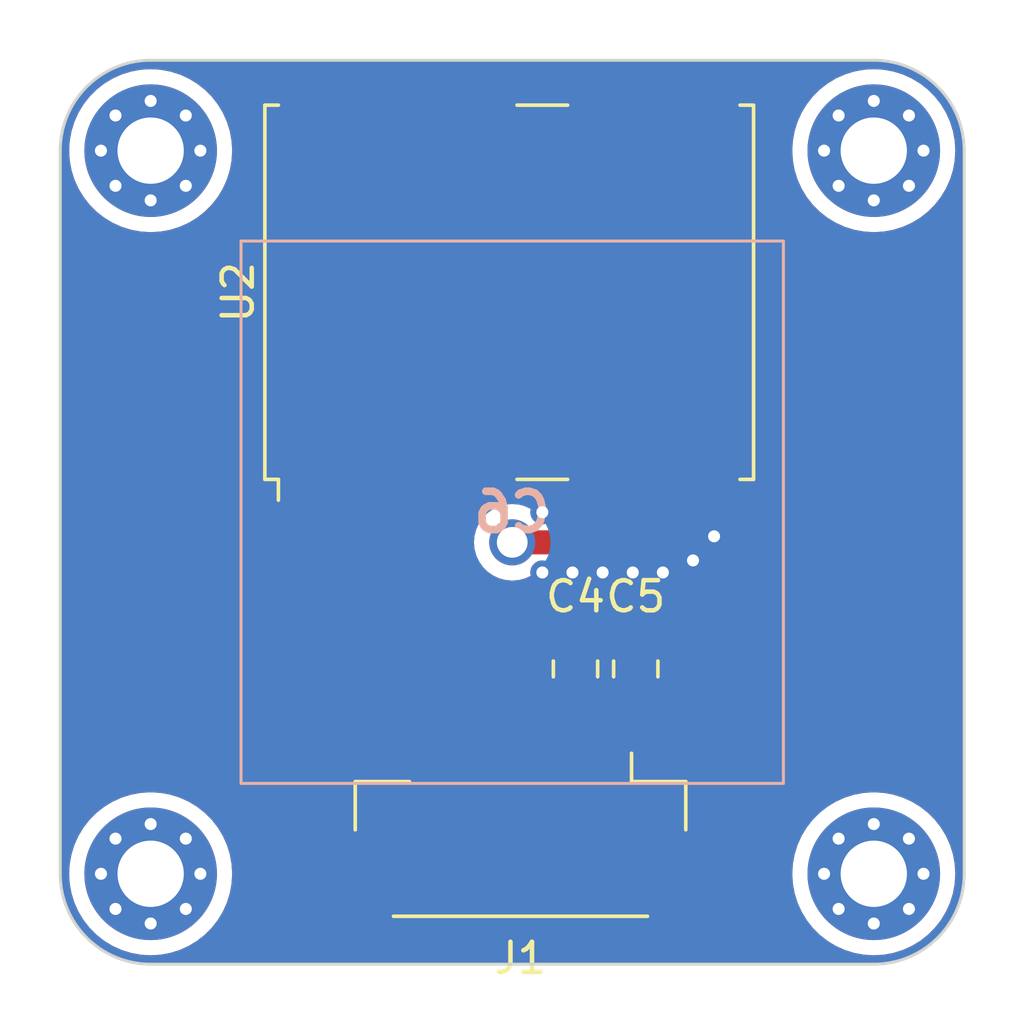
<source format=kicad_pcb>
(kicad_pcb (version 20221018) (generator pcbnew)
  (layers (0 "F.Cu" signal) (31 "B.Cu" signal) (34 "B.Paste" user) (35 "F.Paste" user) (36 "B.SilkS" user "B.Silkscreen") (37 "F.SilkS" user "F.Silkscreen") (38 "B.Mask" user) (39 "F.Mask" user) (44 "Edge.Cuts" user))
  (net 0 "")
  (net 1 "+3V3")
  (net 2 "GND")
  (net 3 "GPS_MISO")
  (net 4 "GPS_MOSI")
  (net 5 "GPS_CS")
  (net 6 "GPS_SCK")
  (net 15 "Net-(U2-RF_IN)")
  (footprint "Connector_JST:JST_GH_BM06B-GHS-TBT_1x06-1MP_P1.25mm_Vertical" (layer "F.Cu") (at 135.275 85.8 180)
    (fp_text reference "J1" (at 0 -4) (layer "F.SilkS"))
    (fp_text value "Conn_01x06_Pin" hide)
    (fp_line (start -5.485 0.26) (end -5.485 1.86) (stroke (width 0.12)) (layer "F.SilkS"))
    (fp_line (start -5.485 1.86) (end -3.685 1.86) (stroke (width 0.12)) (layer "F.SilkS"))
    (fp_line (start -4.215 -2.61) (end 4.215 -2.61) (stroke (width 0.12)) (layer "F.SilkS"))
    (fp_line (start -3.685 1.86) (end -3.685 2.8) (stroke (width 0.12)) (layer "F.SilkS"))
    (fp_line (start 5.485 0.26) (end 5.485 1.86) (stroke (width 0.12)) (layer "F.SilkS"))
    (fp_line (start 5.485 1.86) (end 3.685 1.86) (stroke (width 0.12)) (layer "F.SilkS"))
    (pad "1" smd roundrect (at -3.125 1.95 180) (size 0.6 1.7) (layers "F.Cu" "F.Paste" "F.Mask") (net 1 "+3V3"))
    (pad "2" smd roundrect (at -1.875 1.95 180) (size 0.6 1.7) (layers "F.Cu" "F.Paste" "F.Mask") (net 2 "GND"))
    (pad "3" smd roundrect (at -0.625 1.95 180) (size 0.6 1.7) (layers "F.Cu" "F.Paste" "F.Mask") (net 5 "GPS_CS"))
    (pad "4" smd roundrect (at 0.625 1.95 180) (size 0.6 1.7) (layers "F.Cu" "F.Paste" "F.Mask") (net 6 "GPS_SCK"))
    (pad "5" smd roundrect (at 1.875 1.95 180) (size 0.6 1.7) (layers "F.Cu" "F.Paste" "F.Mask") (net 3 "GPS_MISO"))
    (pad "6" smd roundrect (at 3.125 1.95 180) (size 0.6 1.7) (layers "F.Cu" "F.Paste" "F.Mask") (net 4 "GPS_MOSI"))
    (pad "MP" smd roundrect (at -4.975 -1.4 180) (size 1 2.8) (layers "F.Cu" "F.Paste" "F.Mask"))
    (pad "MP" smd roundrect (at 4.975 -1.4 180) (size 1 2.8) (layers "F.Cu" "F.Paste" "F.Mask"))
  )
  (footprint "MountingHole:MountingHole_2.2mm_M2_Pad_Via" (layer "F.Cu") (at 147 87)
    (fp_text reference "REF**" hide)
    (fp_text value "MountingHole_2.2mm_M2_Pad_Via" hide)
    (pad "1" thru_hole circle (at -1.65 0) (size 0.7 0.7) (drill 0.4) (layers "*.Cu" "*.Mask"))
    (pad "1" thru_hole circle (at -1.166726 -1.166726) (size 0.7 0.7) (drill 0.4) (layers "*.Cu" "*.Mask"))
    (pad "1" thru_hole circle (at -1.166726 1.166726) (size 0.7 0.7) (drill 0.4) (layers "*.Cu" "*.Mask"))
    (pad "1" thru_hole circle (at 0 -1.65) (size 0.7 0.7) (drill 0.4) (layers "*.Cu" "*.Mask"))
    (pad "1" thru_hole circle (at 0 0) (size 4.4 4.4) (drill 2.2) (layers "*.Cu" "*.Mask"))
    (pad "1" thru_hole circle (at 0 1.65) (size 0.7 0.7) (drill 0.4) (layers "*.Cu" "*.Mask"))
    (pad "1" thru_hole circle (at 1.166726 -1.166726) (size 0.7 0.7) (drill 0.4) (layers "*.Cu" "*.Mask"))
    (pad "1" thru_hole circle (at 1.166726 1.166726) (size 0.7 0.7) (drill 0.4) (layers "*.Cu" "*.Mask"))
    (pad "1" thru_hole circle (at 1.65 0) (size 0.7 0.7) (drill 0.4) (layers "*.Cu" "*.Mask"))
  )
  (footprint "Capacitor_SMD:C_0805_2012Metric" (layer "F.Cu") (at 137.1 80.2 90)
    (fp_text reference "C4" (at 2.4 0 180) (layer "F.SilkS"))
    (fp_text value "10uF" hide)
    (fp_line (start -0.261252 -0.735) (end 0.261252 -0.735) (stroke (width 0.12)) (layer "F.SilkS"))
    (fp_line (start -0.261252 0.735) (end 0.261252 0.735) (stroke (width 0.12)) (layer "F.SilkS"))
    (pad "1" smd roundrect (at -0.95 0 90) (size 1 1.45) (layers "F.Cu" "F.Paste" "F.Mask") (net 1 "+3V3"))
    (pad "2" smd roundrect (at 0.95 0 90) (size 1 1.45) (layers "F.Cu" "F.Paste" "F.Mask") (net 2 "GND"))
  )
  (footprint "MountingHole:MountingHole_2.2mm_M2_Pad_Via" (layer "F.Cu") (at 147 63)
    (fp_text reference "REF**" hide)
    (fp_text value "MountingHole_2.2mm_M2_Pad_Via" hide)
    (pad "1" thru_hole circle (at -1.65 0) (size 0.7 0.7) (drill 0.4) (layers "*.Cu" "*.Mask"))
    (pad "1" thru_hole circle (at -1.166726 -1.166726) (size 0.7 0.7) (drill 0.4) (layers "*.Cu" "*.Mask"))
    (pad "1" thru_hole circle (at -1.166726 1.166726) (size 0.7 0.7) (drill 0.4) (layers "*.Cu" "*.Mask"))
    (pad "1" thru_hole circle (at 0 -1.65) (size 0.7 0.7) (drill 0.4) (layers "*.Cu" "*.Mask"))
    (pad "1" thru_hole circle (at 0 0) (size 4.4 4.4) (drill 2.2) (layers "*.Cu" "*.Mask"))
    (pad "1" thru_hole circle (at 0 1.65) (size 0.7 0.7) (drill 0.4) (layers "*.Cu" "*.Mask"))
    (pad "1" thru_hole circle (at 1.166726 -1.166726) (size 0.7 0.7) (drill 0.4) (layers "*.Cu" "*.Mask"))
    (pad "1" thru_hole circle (at 1.166726 1.166726) (size 0.7 0.7) (drill 0.4) (layers "*.Cu" "*.Mask"))
    (pad "1" thru_hole circle (at 1.65 0) (size 0.7 0.7) (drill 0.4) (layers "*.Cu" "*.Mask"))
  )
  (footprint "Capacitor_SMD:C_0805_2012Metric" (layer "F.Cu") (at 139.1 80.2 90)
    (fp_text reference "C5" (at 2.4 0 180) (layer "F.SilkS"))
    (fp_text value "0.1uF" hide)
    (fp_line (start -0.261252 -0.735) (end 0.261252 -0.735) (stroke (width 0.12)) (layer "F.SilkS"))
    (fp_line (start -0.261252 0.735) (end 0.261252 0.735) (stroke (width 0.12)) (layer "F.SilkS"))
    (pad "1" smd roundrect (at -0.95 0 90) (size 1 1.45) (layers "F.Cu" "F.Paste" "F.Mask") (net 1 "+3V3"))
    (pad "2" smd roundrect (at 0.95 0 90) (size 1 1.45) (layers "F.Cu" "F.Paste" "F.Mask") (net 2 "GND"))
  )
  (footprint "MountingHole:MountingHole_2.2mm_M2_Pad_Via" (layer "F.Cu") (at 123 87)
    (fp_text reference "REF**" hide)
    (fp_text value "MountingHole_2.2mm_M2_Pad_Via" hide)
    (pad "1" thru_hole circle (at -1.65 0) (size 0.7 0.7) (drill 0.4) (layers "*.Cu" "*.Mask"))
    (pad "1" thru_hole circle (at -1.166726 -1.166726) (size 0.7 0.7) (drill 0.4) (layers "*.Cu" "*.Mask"))
    (pad "1" thru_hole circle (at -1.166726 1.166726) (size 0.7 0.7) (drill 0.4) (layers "*.Cu" "*.Mask"))
    (pad "1" thru_hole circle (at 0 -1.65) (size 0.7 0.7) (drill 0.4) (layers "*.Cu" "*.Mask"))
    (pad "1" thru_hole circle (at 0 0) (size 4.4 4.4) (drill 2.2) (layers "*.Cu" "*.Mask"))
    (pad "1" thru_hole circle (at 0 1.65) (size 0.7 0.7) (drill 0.4) (layers "*.Cu" "*.Mask"))
    (pad "1" thru_hole circle (at 1.166726 -1.166726) (size 0.7 0.7) (drill 0.4) (layers "*.Cu" "*.Mask"))
    (pad "1" thru_hole circle (at 1.166726 1.166726) (size 0.7 0.7) (drill 0.4) (layers "*.Cu" "*.Mask"))
    (pad "1" thru_hole circle (at 1.65 0) (size 0.7 0.7) (drill 0.4) (layers "*.Cu" "*.Mask"))
  )
  (footprint "MountingHole:MountingHole_2.2mm_M2_Pad_Via" (layer "F.Cu") (at 123 63)
    (fp_text reference "REF**" hide)
    (fp_text value "MountingHole_2.2mm_M2_Pad_Via" hide)
    (pad "1" thru_hole circle (at -1.65 0) (size 0.7 0.7) (drill 0.4) (layers "*.Cu" "*.Mask"))
    (pad "1" thru_hole circle (at -1.166726 -1.166726) (size 0.7 0.7) (drill 0.4) (layers "*.Cu" "*.Mask"))
    (pad "1" thru_hole circle (at -1.166726 1.166726) (size 0.7 0.7) (drill 0.4) (layers "*.Cu" "*.Mask"))
    (pad "1" thru_hole circle (at 0 -1.65) (size 0.7 0.7) (drill 0.4) (layers "*.Cu" "*.Mask"))
    (pad "1" thru_hole circle (at 0 0) (size 4.4 4.4) (drill 2.2) (layers "*.Cu" "*.Mask"))
    (pad "1" thru_hole circle (at 0 1.65) (size 0.7 0.7) (drill 0.4) (layers "*.Cu" "*.Mask"))
    (pad "1" thru_hole circle (at 1.166726 -1.166726) (size 0.7 0.7) (drill 0.4) (layers "*.Cu" "*.Mask"))
    (pad "1" thru_hole circle (at 1.166726 1.166726) (size 0.7 0.7) (drill 0.4) (layers "*.Cu" "*.Mask"))
    (pad "1" thru_hole circle (at 1.65 0) (size 0.7 0.7) (drill 0.4) (layers "*.Cu" "*.Mask"))
  )
  (footprint "RF_GPS:ublox_NEO" (layer "F.Cu") (at 134.9 67.7 90)
    (fp_text reference "U2" (at 0 -9 90) (layer "F.SilkS"))
    (fp_text value "NEO-M9N")
    (fp_line (start -6.9 -7.66) (end -6.21 -7.66) (stroke (width 0.12)) (layer "F.SilkS"))
    (fp_line (start -6.21 -8.11) (end -6.21 -7.66) (stroke (width 0.12)) (layer "F.SilkS"))
    (fp_line (start -6.21 -8.11) (end 6.21 -8.11) (stroke (width 0.12)) (layer "F.SilkS"))
    (fp_line (start -6.21 0.26) (end -6.21 1.94) (stroke (width 0.12)) (layer "F.SilkS"))
    (fp_line (start -6.21 7.66) (end -6.21 8.11) (stroke (width 0.12)) (layer "F.SilkS"))
    (fp_line (start -6.21 8.11) (end 6.21 8.11) (stroke (width 0.12)) (layer "F.SilkS"))
    (fp_line (start 6.21 -8.11) (end 6.21 -7.66) (stroke (width 0.12)) (layer "F.SilkS"))
    (fp_line (start 6.21 0.26) (end 6.21 1.94) (stroke (width 0.12)) (layer "F.SilkS"))
    (fp_line (start 6.21 7.66) (end 6.21 8.1) (stroke (width 0.12)) (layer "F.SilkS"))
    (pad "1" smd roundrect (at -6 -7 90) (size 1.8 0.8) (layers "F.Cu" "F.Paste" "F.Mask"))
    (pad "2" smd roundrect (at -6 -5.9 90) (size 1.8 0.8) (layers "F.Cu" "F.Paste" "F.Mask"))
    (pad "3" smd roundrect (at -6 -4.8 90) (size 1.8 0.8) (layers "F.Cu" "F.Paste" "F.Mask"))
    (pad "4" smd roundrect (at -6 -3.7 90) (size 1.8 0.8) (layers "F.Cu" "F.Paste" "F.Mask"))
    (pad "5" smd roundrect (at -6 -2.6 90) (size 1.8 0.8) (layers "F.Cu" "F.Paste" "F.Mask"))
    (pad "6" smd roundrect (at -6 -1.5 90) (size 1.8 0.8) (layers "F.Cu" "F.Paste" "F.Mask"))
    (pad "7" smd roundrect (at -6 -0.4 90) (size 1.8 0.8) (layers "F.Cu" "F.Paste" "F.Mask") (net 2 "GND"))
    (pad "8" smd roundrect (at -6 2.6 90) (size 1.8 0.8) (layers "F.Cu" "F.Paste" "F.Mask"))
    (pad "9" smd roundrect (at -6 3.7 90) (size 1.8 0.8) (layers "F.Cu" "F.Paste" "F.Mask"))
    (pad "10" smd roundrect (at -6 4.8 90) (size 1.8 0.8) (layers "F.Cu" "F.Paste" "F.Mask") (net 2 "GND"))
    (pad "11" smd roundrect (at -6 5.9 90) (size 1.8 0.8) (layers "F.Cu" "F.Paste" "F.Mask") (net 15 "Net-(U2-RF_IN)"))
    (pad "12" smd roundrect (at -6 7 90) (size 1.8 0.8) (layers "F.Cu" "F.Paste" "F.Mask") (net 2 "GND"))
    (pad "13" smd roundrect (at 6 7 90) (size 1.8 0.8) (layers "F.Cu" "F.Paste" "F.Mask") (net 2 "GND"))
    (pad "14" smd roundrect (at 6 5.9 90) (size 1.8 0.8) (layers "F.Cu" "F.Paste" "F.Mask"))
    (pad "15" smd roundrect (at 6 4.8 90) (size 1.8 0.8) (layers "F.Cu" "F.Paste" "F.Mask"))
    (pad "16" smd roundrect (at 6 3.7 90) (size 1.8 0.8) (layers "F.Cu" "F.Paste" "F.Mask"))
    (pad "17" smd roundrect (at 6 2.6 90) (size 1.8 0.8) (layers "F.Cu" "F.Paste" "F.Mask"))
    (pad "18" smd roundrect (at 6 -0.4 90) (size 1.8 0.8) (layers "F.Cu" "F.Paste" "F.Mask") (net 5 "GPS_CS"))
    (pad "19" smd roundrect (at 6 -1.5 90) (size 1.8 0.8) (layers "F.Cu" "F.Paste" "F.Mask") (net 6 "GPS_SCK"))
    (pad "20" smd roundrect (at 6 -2.6 90) (size 1.8 0.8) (layers "F.Cu" "F.Paste" "F.Mask") (net 3 "GPS_MISO"))
    (pad "21" smd roundrect (at 6 -3.7 90) (size 1.8 0.8) (layers "F.Cu" "F.Paste" "F.Mask") (net 4 "GPS_MOSI"))
    (pad "22" smd roundrect (at 6 -4.8 90) (size 1.8 0.8) (layers "F.Cu" "F.Paste" "F.Mask") (net 1 "+3V3"))
    (pad "23" smd roundrect (at 6 -5.9 90) (size 1.8 0.8) (layers "F.Cu" "F.Paste" "F.Mask") (net 1 "+3V3"))
    (pad "24" smd roundrect (at 6 -7 90) (size 1.8 0.8) (layers "F.Cu" "F.Paste" "F.Mask") (net 2 "GND"))
  )
  (footprint "RF_GPS:GPS_ANTENNA" (layer "B.Cu") (at 135 76 180)
    (fp_text reference "C6" (at 0 1) (layer "B.SilkS") (effects (font (size 1.27 1.27) (thickness 0.254)) (justify mirror)))
    (fp_text value "1004322" hide)
    (fp_line (start -9 -8) (end -9 10) (stroke (width 0.1)) (layer "B.SilkS"))
    (fp_line (start -9 10) (end 9 10) (stroke (width 0.1)) (layer "B.SilkS"))
    (fp_line (start 9 -8) (end -9 -8) (stroke (width 0.1)) (layer "B.SilkS"))
    (fp_line (start 9 10) (end 9 -8) (stroke (width 0.1)) (layer "B.SilkS"))
    (pad "1" thru_hole circle (at 0 0 180) (size 1.53 1.53) (drill 1.02) (layers "*.Cu" "*.Mask") (net 15 "Net-(U2-RF_IN)"))
  )
  (gr_line (start 123 60) (end 147 60) (stroke (width 0.1)) (layer "Edge.Cuts"))
  (gr_arc (start 147 60) (mid 149.12132 60.87868) (end 150 63) (stroke (width 0.1)) (layer "Edge.Cuts"))
  (gr_arc (start 150 87) (mid 149.12132 89.12132) (end 147 90) (stroke (width 0.1)) (layer "Edge.Cuts"))
  (gr_line (start 147 90) (end 123 90) (stroke (width 0.1)) (layer "Edge.Cuts"))
  (gr_arc (start 123 90) (mid 120.87868 89.12132) (end 120 87) (stroke (width 0.1)) (layer "Edge.Cuts"))
  (gr_line (start 120 63) (end 120 87) (stroke (width 0.1)) (layer "Edge.Cuts"))
  (gr_arc (start 120 63) (mid 120.87868 60.87868) (end 123 60) (stroke (width 0.1)) (layer "Edge.Cuts"))
  (gr_line (start 150 63) (end 150 87) (stroke (width 0.1)) (layer "Edge.Cuts"))
  (segment (start 138.4 83.85) (end 138.4 81.85) (width 0.25) (layer "F.Cu") (net 1))
  (segment (start 138.4 81.85) (end 137.7 81.15) (width 0.25) (layer "F.Cu") (net 1))
  (segment (start 137.7 81.15) (end 137.1 81.15) (width 0.25) (layer "F.Cu") (net 1))
  (segment (start 138.4 81.85) (end 139.1 81.15) (width 0.25) (layer "F.Cu") (net 1))
  (via (at 136 77) (size 0.8) (drill 0.4) (layers "F.Cu" "B.Cu") (net 2))
  (via (at 136 75) (size 0.8) (drill 0.4) (layers "F.Cu" "B.Cu") (net 2))
  (via (at 137 77) (size 0.8) (drill 0.4) (layers "F.Cu" "B.Cu") (net 2))
  (via (at 141 76.6) (size 0.8) (drill 0.4) (layers "F.Cu" "B.Cu") (net 2))
  (via (at 139 77) (size 0.8) (drill 0.4) (layers "F.Cu" "B.Cu") (net 2))
  (via (at 140 77) (size 0.8) (drill 0.4) (layers "F.Cu" "B.Cu") (net 2))
  (via (at 141.7 75.8) (size 0.8) (drill 0.4) (layers "F.Cu" "B.Cu") (net 2))
  (via (at 138 77) (size 0.8) (drill 0.4) (layers "F.Cu" "B.Cu") (net 2))
  (segment (start 124.9 69.8) (end 132.3 62.4) (width 0.25) (layer "F.Cu") (net 3))
  (segment (start 133.4 83.4) (end 124.9 74.9) (width 0.25) (layer "F.Cu") (net 3))
  (segment (start 132.3 62.4) (end 132.3 61.7) (width 0.25) (layer "F.Cu") (net 3))
  (segment (start 124.9 74.9) (end 124.9 69.8) (width 0.25) (layer "F.Cu") (net 3))
  (segment (start 133.4 83.85) (end 133.4 83.4) (width 0.25) (layer "F.Cu") (net 3))
  (segment (start 132.15 83.45) (end 124.1 75.4) (width 0.25) (layer "F.Cu") (net 4))
  (segment (start 132.15 83.85) (end 132.15 83.45) (width 0.25) (layer "F.Cu") (net 4))
  (segment (start 124.1 69.5) (end 131.2 62.4) (width 0.25) (layer "F.Cu") (net 4))
  (segment (start 131.2 62.4) (end 131.2 61.7) (width 0.25) (layer "F.Cu") (net 4))
  (segment (start 124.1 75.4) (end 124.1 69.5) (width 0.25) (layer "F.Cu") (net 4))
  (segment (start 135.9 83.85) (end 135.9 83.4) (width 0.25) (layer "F.Cu") (net 5))
  (segment (start 126.5 74) (end 126.5 70.5) (width 0.25) (layer "F.Cu") (net 5))
  (segment (start 135.9 83.4) (end 126.5 74) (width 0.25) (layer "F.Cu") (net 5))
  (segment (start 126.5 70.5) (end 134.5 62.5) (width 0.25) (layer "F.Cu") (net 5))
  (segment (start 134.5 62.5) (end 134.5 61.7) (width 0.25) (layer "F.Cu") (net 5))
  (segment (start 125.7 70.2) (end 133.4 62.5) (width 0.25) (layer "F.Cu") (net 6))
  (segment (start 134.65 83.85) (end 134.65 83.45) (width 0.25) (layer "F.Cu") (net 6))
  (segment (start 133.4 62.5) (end 133.4 61.7) (width 0.25) (layer "F.Cu") (net 6))
  (segment (start 134.65 83.45) (end 125.7 74.5) (width 0.25) (layer "F.Cu") (net 6))
  (segment (start 125.7 74.5) (end 125.7 70.2) (width 0.25) (layer "F.Cu") (net 6))
  (segment (start 134.65 83.85) (end 134.65 84.758147) (width 0.25) (layer "F.Cu") (net 6))
  (segment (start 140.8 73.7) (end 140.8 74.242462) (width 0.25) (layer "F.Cu") (net 15))
  (segment (start 140.8 75.271231) (end 140.071231 76) (width 0.8) (layer "F.Cu") (net 15))
  (segment (start 140.071231 76) (end 135 76) (width 0.8) (layer "F.Cu") (net 15))
  (segment (start 140.8 74.242462) (end 140.8 75.271231) (width 0.8) (layer "F.Cu") (net 15))
  (zone (net 2) (net_name "GND") (layer "F.Cu") (connect_pads (clearance 0.5)) (min_thickness 0.25) (fill yes (thermal_gap 0.5) (thermal_bridge_width 0.5))
    (polygon (pts (xy 119 59) (xy 151 59) (xy 151 91) (xy 119 91)))
  )
  (zone (net 2) (net_name "GND") (layer "B.Cu") (priority 1) (connect_pads (clearance 0.5)) (min_thickness 0.25) (fill yes (thermal_gap 0.5) (thermal_bridge_width 0.5))
    (polygon (pts (xy 118 58) (xy 152 58) (xy 152 92) (xy 118 92)))
  )
)
</source>
